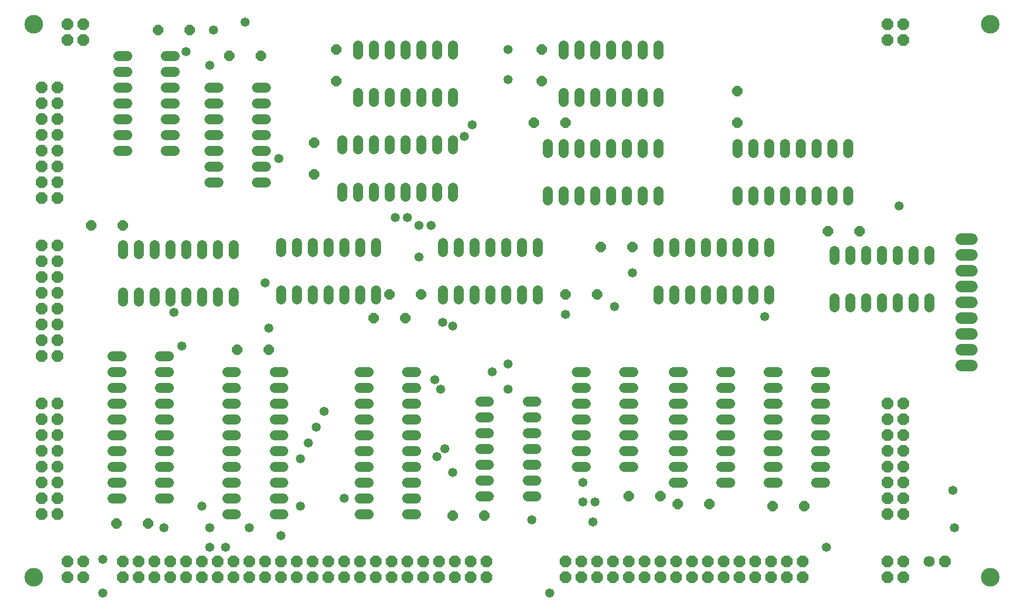
<source format=gts>
G75*
%MOIN*%
%OFA0B0*%
%FSLAX24Y24*%
%IPPOS*%
%LPD*%
%AMOC8*
5,1,8,0,0,1.08239X$1,22.5*
%
%ADD10C,0.1180*%
%ADD11C,0.0640*%
%ADD12OC8,0.0640*%
%ADD13OC8,0.0710*%
%ADD14C,0.0710*%
%ADD15OC8,0.0720*%
%ADD16C,0.0720*%
%ADD17C,0.0580*%
D10*
X005265Y006140D03*
X005265Y041140D03*
X065765Y041140D03*
X065765Y006140D03*
D11*
X055295Y012140D02*
X054735Y012140D01*
X054735Y013140D02*
X055295Y013140D01*
X055295Y014140D02*
X054735Y014140D01*
X054735Y015140D02*
X055295Y015140D01*
X055295Y016140D02*
X054735Y016140D01*
X054735Y017140D02*
X055295Y017140D01*
X055295Y018140D02*
X054735Y018140D01*
X054735Y019140D02*
X055295Y019140D01*
X052295Y019140D02*
X051735Y019140D01*
X051735Y018140D02*
X052295Y018140D01*
X052295Y017140D02*
X051735Y017140D01*
X051735Y016140D02*
X052295Y016140D01*
X052295Y015140D02*
X051735Y015140D01*
X051735Y014140D02*
X052295Y014140D01*
X052295Y013140D02*
X051735Y013140D01*
X051735Y012140D02*
X052295Y012140D01*
X049295Y012140D02*
X048735Y012140D01*
X048735Y013140D02*
X049295Y013140D01*
X049295Y014140D02*
X048735Y014140D01*
X048735Y015140D02*
X049295Y015140D01*
X049295Y016140D02*
X048735Y016140D01*
X048735Y017140D02*
X049295Y017140D01*
X049295Y018140D02*
X048735Y018140D01*
X048735Y019140D02*
X049295Y019140D01*
X046295Y019140D02*
X045735Y019140D01*
X045735Y018140D02*
X046295Y018140D01*
X046295Y017140D02*
X045735Y017140D01*
X045735Y016140D02*
X046295Y016140D01*
X046295Y015140D02*
X045735Y015140D01*
X045735Y014140D02*
X046295Y014140D01*
X046295Y013140D02*
X045735Y013140D01*
X045735Y012140D02*
X046295Y012140D01*
X043170Y013140D02*
X042610Y013140D01*
X042610Y014140D02*
X043170Y014140D01*
X043170Y015140D02*
X042610Y015140D01*
X042610Y016140D02*
X043170Y016140D01*
X043170Y017140D02*
X042610Y017140D01*
X042610Y018140D02*
X043170Y018140D01*
X043170Y019140D02*
X042610Y019140D01*
X040170Y019140D02*
X039610Y019140D01*
X039610Y018140D02*
X040170Y018140D01*
X040170Y017140D02*
X039610Y017140D01*
X039610Y016140D02*
X040170Y016140D01*
X040170Y015140D02*
X039610Y015140D01*
X039610Y014140D02*
X040170Y014140D01*
X040170Y013140D02*
X039610Y013140D01*
X037045Y013265D02*
X036485Y013265D01*
X036485Y012265D02*
X037045Y012265D01*
X037045Y011265D02*
X036485Y011265D01*
X034045Y011265D02*
X033485Y011265D01*
X033485Y012265D02*
X034045Y012265D01*
X034045Y013265D02*
X033485Y013265D01*
X033485Y014265D02*
X034045Y014265D01*
X034045Y015265D02*
X033485Y015265D01*
X033485Y016265D02*
X034045Y016265D01*
X034045Y017265D02*
X033485Y017265D01*
X036485Y017265D02*
X037045Y017265D01*
X037045Y016265D02*
X036485Y016265D01*
X036485Y015265D02*
X037045Y015265D01*
X037045Y014265D02*
X036485Y014265D01*
X029420Y014140D02*
X028860Y014140D01*
X028860Y013140D02*
X029420Y013140D01*
X029420Y012140D02*
X028860Y012140D01*
X028860Y011140D02*
X029420Y011140D01*
X029420Y010140D02*
X028860Y010140D01*
X026420Y010140D02*
X025860Y010140D01*
X025860Y011140D02*
X026420Y011140D01*
X026420Y012140D02*
X025860Y012140D01*
X025860Y013140D02*
X026420Y013140D01*
X026420Y014140D02*
X025860Y014140D01*
X025860Y015140D02*
X026420Y015140D01*
X026420Y016140D02*
X025860Y016140D01*
X025860Y017140D02*
X026420Y017140D01*
X026420Y018140D02*
X025860Y018140D01*
X025860Y019140D02*
X026420Y019140D01*
X028860Y019140D02*
X029420Y019140D01*
X029420Y018140D02*
X028860Y018140D01*
X028860Y017140D02*
X029420Y017140D01*
X029420Y016140D02*
X028860Y016140D01*
X028860Y015140D02*
X029420Y015140D01*
X021045Y015140D02*
X020485Y015140D01*
X020485Y016140D02*
X021045Y016140D01*
X021045Y017140D02*
X020485Y017140D01*
X020485Y018140D02*
X021045Y018140D01*
X021045Y019140D02*
X020485Y019140D01*
X018045Y019140D02*
X017485Y019140D01*
X017485Y018140D02*
X018045Y018140D01*
X018045Y017140D02*
X017485Y017140D01*
X017485Y016140D02*
X018045Y016140D01*
X018045Y015140D02*
X017485Y015140D01*
X017485Y014140D02*
X018045Y014140D01*
X018045Y013140D02*
X017485Y013140D01*
X017485Y012140D02*
X018045Y012140D01*
X018045Y011140D02*
X017485Y011140D01*
X017485Y010140D02*
X018045Y010140D01*
X020485Y010140D02*
X021045Y010140D01*
X021045Y011140D02*
X020485Y011140D01*
X020485Y012140D02*
X021045Y012140D01*
X021045Y013140D02*
X020485Y013140D01*
X020485Y014140D02*
X021045Y014140D01*
X013795Y014140D02*
X013235Y014140D01*
X013235Y013140D02*
X013795Y013140D01*
X013795Y012140D02*
X013235Y012140D01*
X013235Y011140D02*
X013795Y011140D01*
X010795Y011140D02*
X010235Y011140D01*
X010235Y012140D02*
X010795Y012140D01*
X010795Y013140D02*
X010235Y013140D01*
X010235Y014140D02*
X010795Y014140D01*
X010795Y015140D02*
X010235Y015140D01*
X010235Y016140D02*
X010795Y016140D01*
X010795Y017140D02*
X010235Y017140D01*
X010235Y018140D02*
X010795Y018140D01*
X010795Y019140D02*
X010235Y019140D01*
X010235Y020140D02*
X010795Y020140D01*
X013235Y020140D02*
X013795Y020140D01*
X013795Y019140D02*
X013235Y019140D01*
X013235Y018140D02*
X013795Y018140D01*
X013795Y017140D02*
X013235Y017140D01*
X013235Y016140D02*
X013795Y016140D01*
X013795Y015140D02*
X013235Y015140D01*
X012890Y023610D02*
X012890Y024170D01*
X013890Y024170D02*
X013890Y023610D01*
X014890Y023610D02*
X014890Y024170D01*
X015890Y024170D02*
X015890Y023610D01*
X016890Y023610D02*
X016890Y024170D01*
X017890Y024170D02*
X017890Y023610D01*
X020890Y023735D02*
X020890Y024295D01*
X021890Y024295D02*
X021890Y023735D01*
X022890Y023735D02*
X022890Y024295D01*
X023890Y024295D02*
X023890Y023735D01*
X024890Y023735D02*
X024890Y024295D01*
X025890Y024295D02*
X025890Y023735D01*
X026890Y023735D02*
X026890Y024295D01*
X026890Y026735D02*
X026890Y027295D01*
X025890Y027295D02*
X025890Y026735D01*
X024890Y026735D02*
X024890Y027295D01*
X023890Y027295D02*
X023890Y026735D01*
X022890Y026735D02*
X022890Y027295D01*
X021890Y027295D02*
X021890Y026735D01*
X020890Y026735D02*
X020890Y027295D01*
X017890Y027170D02*
X017890Y026610D01*
X016890Y026610D02*
X016890Y027170D01*
X015890Y027170D02*
X015890Y026610D01*
X014890Y026610D02*
X014890Y027170D01*
X013890Y027170D02*
X013890Y026610D01*
X012890Y026610D02*
X012890Y027170D01*
X011890Y027170D02*
X011890Y026610D01*
X010890Y026610D02*
X010890Y027170D01*
X010890Y024170D02*
X010890Y023610D01*
X011890Y023610D02*
X011890Y024170D01*
X016360Y031140D02*
X016920Y031140D01*
X016920Y032140D02*
X016360Y032140D01*
X016360Y033140D02*
X016920Y033140D01*
X016920Y034140D02*
X016360Y034140D01*
X016360Y035140D02*
X016920Y035140D01*
X016920Y036140D02*
X016360Y036140D01*
X016360Y037140D02*
X016920Y037140D01*
X019360Y037140D02*
X019920Y037140D01*
X019920Y036140D02*
X019360Y036140D01*
X019360Y035140D02*
X019920Y035140D01*
X019920Y034140D02*
X019360Y034140D01*
X019360Y033140D02*
X019920Y033140D01*
X019920Y032140D02*
X019360Y032140D01*
X019360Y031140D02*
X019920Y031140D01*
X024765Y030795D02*
X024765Y030235D01*
X025765Y030235D02*
X025765Y030795D01*
X026765Y030795D02*
X026765Y030235D01*
X027765Y030235D02*
X027765Y030795D01*
X028765Y030795D02*
X028765Y030235D01*
X029765Y030235D02*
X029765Y030795D01*
X030765Y030795D02*
X030765Y030235D01*
X031765Y030235D02*
X031765Y030795D01*
X031765Y033235D02*
X031765Y033795D01*
X030765Y033795D02*
X030765Y033235D01*
X029765Y033235D02*
X029765Y033795D01*
X028765Y033795D02*
X028765Y033235D01*
X027765Y033235D02*
X027765Y033795D01*
X026765Y033795D02*
X026765Y033235D01*
X025765Y033235D02*
X025765Y033795D01*
X024765Y033795D02*
X024765Y033235D01*
X025765Y036235D02*
X025765Y036795D01*
X026765Y036795D02*
X026765Y036235D01*
X027765Y036235D02*
X027765Y036795D01*
X028765Y036795D02*
X028765Y036235D01*
X029765Y036235D02*
X029765Y036795D01*
X030765Y036795D02*
X030765Y036235D01*
X031765Y036235D02*
X031765Y036795D01*
X031765Y039235D02*
X031765Y039795D01*
X030765Y039795D02*
X030765Y039235D01*
X029765Y039235D02*
X029765Y039795D01*
X028765Y039795D02*
X028765Y039235D01*
X027765Y039235D02*
X027765Y039795D01*
X026765Y039795D02*
X026765Y039235D01*
X025765Y039235D02*
X025765Y039795D01*
X014170Y039140D02*
X013610Y039140D01*
X013610Y038140D02*
X014170Y038140D01*
X014170Y037140D02*
X013610Y037140D01*
X013610Y036140D02*
X014170Y036140D01*
X014170Y035140D02*
X013610Y035140D01*
X013610Y034140D02*
X014170Y034140D01*
X014170Y033140D02*
X013610Y033140D01*
X011170Y033140D02*
X010610Y033140D01*
X010610Y034140D02*
X011170Y034140D01*
X011170Y035140D02*
X010610Y035140D01*
X010610Y036140D02*
X011170Y036140D01*
X011170Y037140D02*
X010610Y037140D01*
X010610Y038140D02*
X011170Y038140D01*
X011170Y039140D02*
X010610Y039140D01*
X031140Y027295D02*
X031140Y026735D01*
X032140Y026735D02*
X032140Y027295D01*
X033140Y027295D02*
X033140Y026735D01*
X034140Y026735D02*
X034140Y027295D01*
X035140Y027295D02*
X035140Y026735D01*
X036140Y026735D02*
X036140Y027295D01*
X037140Y027295D02*
X037140Y026735D01*
X037140Y024295D02*
X037140Y023735D01*
X036140Y023735D02*
X036140Y024295D01*
X035140Y024295D02*
X035140Y023735D01*
X034140Y023735D02*
X034140Y024295D01*
X033140Y024295D02*
X033140Y023735D01*
X032140Y023735D02*
X032140Y024295D01*
X031140Y024295D02*
X031140Y023735D01*
X037765Y029985D02*
X037765Y030545D01*
X038765Y030545D02*
X038765Y029985D01*
X039765Y029985D02*
X039765Y030545D01*
X040765Y030545D02*
X040765Y029985D01*
X041765Y029985D02*
X041765Y030545D01*
X042765Y030545D02*
X042765Y029985D01*
X043765Y029985D02*
X043765Y030545D01*
X044765Y030545D02*
X044765Y029985D01*
X044765Y027295D02*
X044765Y026735D01*
X045765Y026735D02*
X045765Y027295D01*
X046765Y027295D02*
X046765Y026735D01*
X047765Y026735D02*
X047765Y027295D01*
X048765Y027295D02*
X048765Y026735D01*
X049765Y026735D02*
X049765Y027295D01*
X050765Y027295D02*
X050765Y026735D01*
X051765Y026735D02*
X051765Y027295D01*
X055890Y026795D02*
X055890Y026235D01*
X056890Y026235D02*
X056890Y026795D01*
X057890Y026795D02*
X057890Y026235D01*
X058890Y026235D02*
X058890Y026795D01*
X059890Y026795D02*
X059890Y026235D01*
X060890Y026235D02*
X060890Y026795D01*
X061890Y026795D02*
X061890Y026235D01*
X061890Y023795D02*
X061890Y023235D01*
X060890Y023235D02*
X060890Y023795D01*
X059890Y023795D02*
X059890Y023235D01*
X058890Y023235D02*
X058890Y023795D01*
X057890Y023795D02*
X057890Y023235D01*
X056890Y023235D02*
X056890Y023795D01*
X055890Y023795D02*
X055890Y023235D01*
X051765Y023735D02*
X051765Y024295D01*
X050765Y024295D02*
X050765Y023735D01*
X049765Y023735D02*
X049765Y024295D01*
X048765Y024295D02*
X048765Y023735D01*
X047765Y023735D02*
X047765Y024295D01*
X046765Y024295D02*
X046765Y023735D01*
X045765Y023735D02*
X045765Y024295D01*
X044765Y024295D02*
X044765Y023735D01*
X049765Y029985D02*
X049765Y030545D01*
X050765Y030545D02*
X050765Y029985D01*
X051765Y029985D02*
X051765Y030545D01*
X052765Y030545D02*
X052765Y029985D01*
X053765Y029985D02*
X053765Y030545D01*
X054765Y030545D02*
X054765Y029985D01*
X055765Y029985D02*
X055765Y030545D01*
X056765Y030545D02*
X056765Y029985D01*
X056765Y032985D02*
X056765Y033545D01*
X055765Y033545D02*
X055765Y032985D01*
X054765Y032985D02*
X054765Y033545D01*
X053765Y033545D02*
X053765Y032985D01*
X052765Y032985D02*
X052765Y033545D01*
X051765Y033545D02*
X051765Y032985D01*
X050765Y032985D02*
X050765Y033545D01*
X049765Y033545D02*
X049765Y032985D01*
X044765Y032985D02*
X044765Y033545D01*
X043765Y033545D02*
X043765Y032985D01*
X042765Y032985D02*
X042765Y033545D01*
X041765Y033545D02*
X041765Y032985D01*
X040765Y032985D02*
X040765Y033545D01*
X039765Y033545D02*
X039765Y032985D01*
X038765Y032985D02*
X038765Y033545D01*
X037765Y033545D02*
X037765Y032985D01*
X038765Y036235D02*
X038765Y036795D01*
X039765Y036795D02*
X039765Y036235D01*
X040765Y036235D02*
X040765Y036795D01*
X041765Y036795D02*
X041765Y036235D01*
X042765Y036235D02*
X042765Y036795D01*
X043765Y036795D02*
X043765Y036235D01*
X044765Y036235D02*
X044765Y036795D01*
X044765Y039235D02*
X044765Y039795D01*
X043765Y039795D02*
X043765Y039235D01*
X042765Y039235D02*
X042765Y039795D01*
X041765Y039795D02*
X041765Y039235D01*
X040765Y039235D02*
X040765Y039795D01*
X039765Y039795D02*
X039765Y039235D01*
X038765Y039235D02*
X038765Y039795D01*
D12*
X037390Y039515D03*
X037390Y037515D03*
X036890Y034890D03*
X038890Y034890D03*
X041140Y027015D03*
X043140Y027015D03*
X040890Y024015D03*
X038890Y024015D03*
X029765Y024015D03*
X027765Y024015D03*
X026765Y022515D03*
X028765Y022515D03*
X020140Y020515D03*
X018140Y020515D03*
X010890Y028390D03*
X008890Y028390D03*
X023015Y031640D03*
X023015Y033640D03*
X024390Y037515D03*
X024390Y039515D03*
X019640Y039140D03*
X017640Y039140D03*
X015140Y040765D03*
X013140Y040765D03*
X049765Y036890D03*
X049765Y034890D03*
X055515Y028015D03*
X057515Y028015D03*
X044890Y011265D03*
X046015Y010765D03*
X048015Y010765D03*
X052015Y010640D03*
X054015Y010640D03*
X042890Y011265D03*
X033765Y010015D03*
X031765Y010015D03*
X012515Y009515D03*
X010515Y009515D03*
D13*
X062890Y007140D03*
D14*
X061890Y007140D03*
D15*
X060265Y007140D03*
X059265Y007140D03*
X059265Y006140D03*
X060265Y006140D03*
X060265Y010140D03*
X059265Y010140D03*
X059265Y011140D03*
X060265Y011140D03*
X060265Y012140D03*
X059265Y012140D03*
X059265Y013140D03*
X060265Y013140D03*
X060265Y014140D03*
X059265Y014140D03*
X059265Y015140D03*
X060265Y015140D03*
X060265Y016140D03*
X059265Y016140D03*
X059265Y017140D03*
X060265Y017140D03*
X053890Y007140D03*
X053890Y006140D03*
X052890Y006140D03*
X051890Y006140D03*
X051890Y007140D03*
X052890Y007140D03*
X050890Y007140D03*
X049890Y007140D03*
X049890Y006140D03*
X050890Y006140D03*
X048890Y006140D03*
X047890Y006140D03*
X046890Y006140D03*
X046890Y007140D03*
X047890Y007140D03*
X048890Y007140D03*
X045890Y007140D03*
X044890Y007140D03*
X044890Y006140D03*
X045890Y006140D03*
X043890Y006140D03*
X042890Y006140D03*
X041890Y006140D03*
X041890Y007140D03*
X042890Y007140D03*
X043890Y007140D03*
X040890Y007140D03*
X039890Y007140D03*
X039890Y006140D03*
X040890Y006140D03*
X038890Y006140D03*
X038890Y007140D03*
X033890Y007140D03*
X032890Y007140D03*
X032890Y006140D03*
X033890Y006140D03*
X031890Y006140D03*
X030890Y006140D03*
X029890Y006140D03*
X029890Y007140D03*
X030890Y007140D03*
X031890Y007140D03*
X028890Y007140D03*
X027890Y007140D03*
X027890Y006140D03*
X028890Y006140D03*
X026890Y006140D03*
X025890Y006140D03*
X024890Y006140D03*
X024890Y007140D03*
X025890Y007140D03*
X026890Y007140D03*
X023890Y007140D03*
X022890Y007140D03*
X022890Y006140D03*
X023890Y006140D03*
X021890Y006140D03*
X020890Y006140D03*
X019890Y006140D03*
X019890Y007140D03*
X020890Y007140D03*
X021890Y007140D03*
X018890Y007140D03*
X017890Y007140D03*
X017890Y006140D03*
X018890Y006140D03*
X016890Y006140D03*
X015890Y006140D03*
X015890Y007140D03*
X016890Y007140D03*
X014890Y007140D03*
X013890Y007140D03*
X012890Y007140D03*
X012890Y006140D03*
X013890Y006140D03*
X014890Y006140D03*
X011890Y006140D03*
X010890Y006140D03*
X010890Y007140D03*
X011890Y007140D03*
X008390Y007140D03*
X007390Y007140D03*
X007390Y006140D03*
X008390Y006140D03*
X006765Y010140D03*
X005765Y010140D03*
X005765Y011140D03*
X006765Y011140D03*
X006765Y012140D03*
X005765Y012140D03*
X005765Y013140D03*
X006765Y013140D03*
X006765Y014140D03*
X005765Y014140D03*
X005765Y015140D03*
X006765Y015140D03*
X006765Y016140D03*
X005765Y016140D03*
X005765Y017140D03*
X006765Y017140D03*
X006765Y020140D03*
X005765Y020140D03*
X005765Y021140D03*
X006765Y021140D03*
X006765Y022140D03*
X005765Y022140D03*
X005765Y023140D03*
X006765Y023140D03*
X006765Y024140D03*
X005765Y024140D03*
X005765Y025140D03*
X006765Y025140D03*
X006765Y026140D03*
X005765Y026140D03*
X005765Y027140D03*
X006765Y027140D03*
X006765Y030140D03*
X005765Y030140D03*
X005765Y031140D03*
X006765Y031140D03*
X006765Y032140D03*
X005765Y032140D03*
X005765Y033140D03*
X006765Y033140D03*
X006765Y034140D03*
X005765Y034140D03*
X005765Y035140D03*
X006765Y035140D03*
X006765Y036140D03*
X005765Y036140D03*
X005765Y037140D03*
X006765Y037140D03*
X007390Y040140D03*
X008390Y040140D03*
X008390Y041140D03*
X007390Y041140D03*
X059265Y041140D03*
X060265Y041140D03*
X060265Y040140D03*
X059265Y040140D03*
D16*
X063945Y027515D02*
X064585Y027515D01*
X064585Y026515D02*
X063945Y026515D01*
X063945Y025515D02*
X064585Y025515D01*
X064585Y024515D02*
X063945Y024515D01*
X063945Y023515D02*
X064585Y023515D01*
X064585Y022515D02*
X063945Y022515D01*
X063945Y021515D02*
X064585Y021515D01*
X064585Y020515D02*
X063945Y020515D01*
X063945Y019515D02*
X064585Y019515D01*
D17*
X063390Y011640D03*
X063515Y009265D03*
X055390Y008015D03*
X040640Y009640D03*
X040765Y010890D03*
X040015Y010890D03*
X040015Y012140D03*
X036765Y009765D03*
X031765Y012765D03*
X030765Y013765D03*
X031265Y014265D03*
X031015Y018015D03*
X030640Y018640D03*
X034265Y019140D03*
X035265Y019640D03*
X035265Y018015D03*
X031765Y022015D03*
X031140Y022265D03*
X029640Y026390D03*
X029640Y028390D03*
X030390Y028390D03*
X028890Y028890D03*
X028140Y028890D03*
X020765Y032640D03*
X016390Y038515D03*
X014890Y039390D03*
X016640Y040765D03*
X018640Y041265D03*
X032515Y034015D03*
X033015Y034765D03*
X035265Y037640D03*
X035265Y039515D03*
X043140Y025390D03*
X042015Y023265D03*
X038890Y022765D03*
X051515Y022640D03*
X060015Y029640D03*
X024890Y011140D03*
X022140Y010640D03*
X020890Y008765D03*
X018890Y009265D03*
X017390Y008015D03*
X016390Y008015D03*
X016390Y009265D03*
X015890Y010640D03*
X013515Y009265D03*
X009640Y007265D03*
X009640Y005140D03*
X022140Y013640D03*
X022640Y014640D03*
X023140Y015640D03*
X023640Y016640D03*
X020140Y021890D03*
X019890Y024765D03*
X014640Y020765D03*
X014140Y022890D03*
X037890Y005140D03*
M02*

</source>
